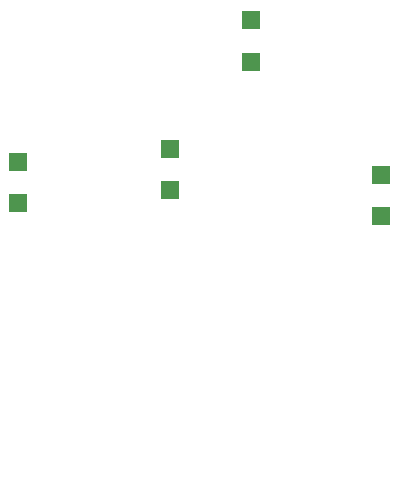
<source format=gbr>
G04 EAGLE Gerber RS-274X export*
G75*
%MOMM*%
%FSLAX34Y34*%
%LPD*%
%INSoldermask Top*%
%IPPOS*%
%AMOC8*
5,1,8,0,0,1.08239X$1,22.5*%
G01*
%ADD10R,0.101600X0.101600*%
%ADD11R,1.117600X0.101600*%
%ADD12R,16.764000X0.101600*%
%ADD13R,19.202400X0.101600*%
%ADD14R,21.640800X0.101600*%
%ADD15R,24.079200X0.101600*%
%ADD16R,1.500000X1.500000*%


D10*
X203200Y83312D03*
X371856Y83312D03*
D11*
X209296Y95504D03*
X365760Y95504D03*
D10*
X384048Y95504D03*
D12*
X287528Y96520D03*
X287528Y97536D03*
X287528Y98552D03*
X287528Y99568D03*
X287528Y100584D03*
X287528Y101600D03*
X287528Y102616D03*
X287528Y103632D03*
X287528Y104648D03*
X287528Y105664D03*
X287528Y106680D03*
D13*
X287528Y107696D03*
X287528Y108712D03*
X287528Y109728D03*
X287528Y110744D03*
X287528Y111760D03*
X287528Y112776D03*
X287528Y113792D03*
X287528Y114808D03*
X287528Y115824D03*
X287528Y116840D03*
X287528Y117856D03*
D10*
X178816Y118872D03*
D13*
X287528Y118872D03*
D10*
X396240Y118872D03*
D14*
X287528Y119888D03*
X287528Y120904D03*
X287528Y121920D03*
X287528Y122936D03*
X287528Y123952D03*
X287528Y124968D03*
X287528Y125984D03*
X287528Y127000D03*
X287528Y128016D03*
X287528Y129032D03*
X287528Y130048D03*
X287528Y131064D03*
X287528Y132080D03*
X287528Y133096D03*
X287528Y134112D03*
X287528Y135128D03*
X287528Y136144D03*
X287528Y137160D03*
X287528Y138176D03*
X287528Y139192D03*
X287528Y140208D03*
X287528Y141224D03*
X287528Y142240D03*
D10*
X155448Y143256D03*
D14*
X287528Y143256D03*
D10*
X419608Y143256D03*
D15*
X287528Y144272D03*
X287528Y145288D03*
X287528Y146304D03*
X287528Y147320D03*
X287528Y148336D03*
X287528Y149352D03*
X287528Y150368D03*
X287528Y151384D03*
X287528Y152400D03*
X287528Y153416D03*
X287528Y154432D03*
X287528Y155448D03*
X287528Y156464D03*
X287528Y157480D03*
X287528Y158496D03*
X287528Y159512D03*
X287528Y160528D03*
X287528Y161544D03*
X287528Y162560D03*
X287528Y163576D03*
X287528Y164592D03*
X287528Y165608D03*
X287528Y166624D03*
X287528Y167640D03*
X287528Y168656D03*
X287528Y169672D03*
X287528Y170688D03*
X287528Y171704D03*
X287528Y172720D03*
X287528Y173736D03*
X287528Y174752D03*
X287528Y175768D03*
X287528Y176784D03*
X287528Y177800D03*
X287528Y178816D03*
X287528Y179832D03*
X287528Y180848D03*
X287528Y181864D03*
X287528Y182880D03*
X287528Y183896D03*
X287528Y184912D03*
X287528Y185928D03*
X287528Y186944D03*
X287528Y187960D03*
X287528Y188976D03*
X287528Y189992D03*
X287528Y191008D03*
X287528Y192024D03*
X287528Y193040D03*
X287528Y194056D03*
X287528Y195072D03*
X287528Y196088D03*
X287528Y197104D03*
X287528Y198120D03*
X287528Y199136D03*
X287528Y200152D03*
X287528Y201168D03*
X287528Y202184D03*
X287528Y203200D03*
X287528Y204216D03*
X287528Y205232D03*
X287528Y206248D03*
X287528Y207264D03*
X287528Y208280D03*
X287528Y209296D03*
X287528Y210312D03*
X287528Y211328D03*
X287528Y212344D03*
X287528Y213360D03*
X287528Y214376D03*
X287528Y215392D03*
X287528Y216408D03*
X287528Y217424D03*
X287528Y218440D03*
X287528Y219456D03*
X287528Y220472D03*
X287528Y221488D03*
X287528Y222504D03*
X287528Y223520D03*
X287528Y224536D03*
X287528Y225552D03*
X287528Y226568D03*
X287528Y227584D03*
X287528Y228600D03*
X287528Y229616D03*
X287528Y230632D03*
X287528Y231648D03*
X287528Y232664D03*
X287528Y233680D03*
X287528Y234696D03*
X287528Y235712D03*
X287528Y236728D03*
X287528Y237744D03*
X287528Y238760D03*
X287528Y239776D03*
X287528Y240792D03*
X287528Y241808D03*
X287528Y242824D03*
X287528Y243840D03*
X287528Y244856D03*
X287528Y245872D03*
X287528Y246888D03*
X287528Y247904D03*
X287528Y248920D03*
X287528Y249936D03*
X287528Y250952D03*
X287528Y251968D03*
X287528Y252984D03*
X287528Y254000D03*
X287528Y255016D03*
X287528Y256032D03*
X287528Y257048D03*
X287528Y258064D03*
X287528Y259080D03*
X287528Y260096D03*
X287528Y261112D03*
X287528Y262128D03*
D16*
X118872Y312192D03*
X118872Y347192D03*
X247142Y323622D03*
X247142Y358622D03*
X316230Y432334D03*
X316230Y467334D03*
X425704Y301524D03*
X425704Y336524D03*
M02*

</source>
